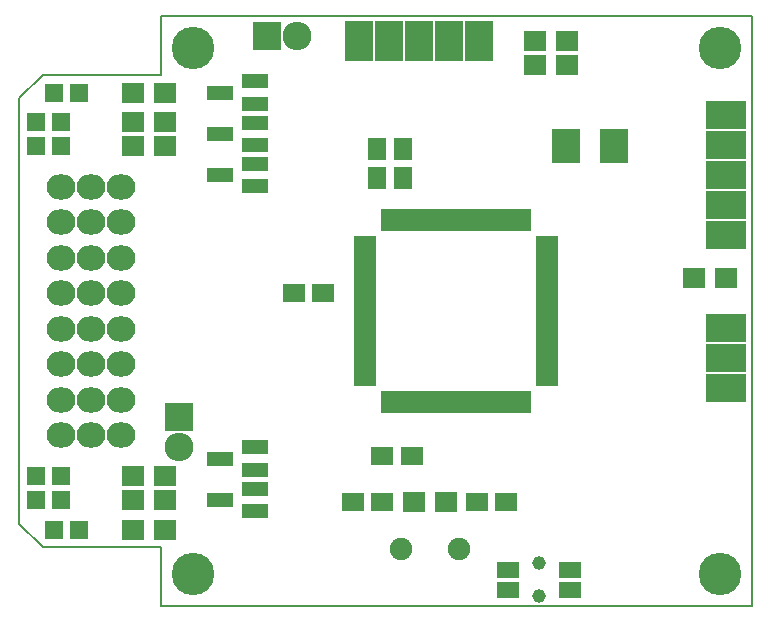
<source format=gts>
G04 #@! TF.FileFunction,Soldermask,Top*
%FSLAX46Y46*%
G04 Gerber Fmt 4.6, Leading zero omitted, Abs format (unit mm)*
G04 Created by KiCad (PCBNEW 4.0.5-e0-6337~49~ubuntu16.04.1) date Thu Jan  5 22:53:43 2017*
%MOMM*%
%LPD*%
G01*
G04 APERTURE LIST*
%ADD10C,0.100000*%
%ADD11C,0.150000*%
%ADD12R,1.598880X1.598880*%
%ADD13C,3.600000*%
%ADD14R,1.900000X0.700000*%
%ADD15R,0.700000X1.900000*%
%ADD16O,2.432000X2.127200*%
%ADD17R,1.900000X1.650000*%
%ADD18R,1.650000X1.900000*%
%ADD19R,1.900000X1.700000*%
%ADD20R,2.400000X2.900000*%
%ADD21R,2.400000X3.400000*%
%ADD22R,3.400000X2.400000*%
%ADD23R,2.432000X2.432000*%
%ADD24O,2.432000X2.432000*%
%ADD25R,2.300000X1.200000*%
%ADD26C,1.901140*%
%ADD27C,1.150000*%
%ADD28R,1.950000X1.400000*%
G04 APERTURE END LIST*
D10*
D11*
X25000000Y-25000000D02*
X25000000Y25000000D01*
X-25000000Y-25000000D02*
X25000000Y-25000000D01*
X-25000000Y-20000000D02*
X-25000000Y-25000000D01*
X-35000000Y-20000000D02*
X-25000000Y-20000000D01*
X-37000000Y-18000000D02*
X-35000000Y-20000000D01*
X-37000000Y18000000D02*
X-37000000Y-18000000D01*
X-35000000Y20000000D02*
X-37000000Y18000000D01*
X-25000000Y20000000D02*
X-35000000Y20000000D01*
X-25000000Y25000000D02*
X-25000000Y20000000D01*
X25000000Y25000000D02*
X-25000000Y25000000D01*
D12*
X-34049020Y18500000D03*
X-31950980Y18500000D03*
D13*
X22300000Y-22300000D03*
X22300000Y22300000D03*
X-22300000Y-22300000D03*
D14*
X-7700000Y6000000D03*
X-7700000Y5500000D03*
X-7700000Y5000000D03*
X-7700000Y4500000D03*
X-7700000Y4000000D03*
X-7700000Y3500000D03*
X-7700000Y3000000D03*
X-7700000Y2500000D03*
X-7700000Y2000000D03*
X-7700000Y1500000D03*
X-7700000Y1000000D03*
X-7700000Y500000D03*
X-7700000Y0D03*
X-7700000Y-500000D03*
X-7700000Y-1000000D03*
X-7700000Y-1500000D03*
X-7700000Y-2000000D03*
X-7700000Y-2500000D03*
X-7700000Y-3000000D03*
X-7700000Y-3500000D03*
X-7700000Y-4000000D03*
X-7700000Y-4500000D03*
X-7700000Y-5000000D03*
X-7700000Y-5500000D03*
X-7700000Y-6000000D03*
D15*
X-6000000Y-7700000D03*
X-5500000Y-7700000D03*
X-5000000Y-7700000D03*
X-4500000Y-7700000D03*
X-4000000Y-7700000D03*
X-3500000Y-7700000D03*
X-3000000Y-7700000D03*
X-2500000Y-7700000D03*
X-2000000Y-7700000D03*
X-1500000Y-7700000D03*
X-1000000Y-7700000D03*
X-500000Y-7700000D03*
X0Y-7700000D03*
X500000Y-7700000D03*
X1000000Y-7700000D03*
X1500000Y-7700000D03*
X2000000Y-7700000D03*
X2500000Y-7700000D03*
X3000000Y-7700000D03*
X3500000Y-7700000D03*
X4000000Y-7700000D03*
X4500000Y-7700000D03*
X5000000Y-7700000D03*
X5500000Y-7700000D03*
X6000000Y-7700000D03*
D14*
X7700000Y-6000000D03*
X7700000Y-5500000D03*
X7700000Y-5000000D03*
X7700000Y-4500000D03*
X7700000Y-4000000D03*
X7700000Y-3500000D03*
X7700000Y-3000000D03*
X7700000Y-2500000D03*
X7700000Y-2000000D03*
X7700000Y-1500000D03*
X7700000Y-1000000D03*
X7700000Y-500000D03*
X7700000Y0D03*
X7700000Y500000D03*
X7700000Y1000000D03*
X7700000Y1500000D03*
X7700000Y2000000D03*
X7700000Y2500000D03*
X7700000Y3000000D03*
X7700000Y3500000D03*
X7700000Y4000000D03*
X7700000Y4500000D03*
X7700000Y5000000D03*
X7700000Y5500000D03*
X7700000Y6000000D03*
D15*
X6000000Y7700000D03*
X5500000Y7700000D03*
X5000000Y7700000D03*
X4500000Y7700000D03*
X4000000Y7700000D03*
X3500000Y7700000D03*
X3000000Y7700000D03*
X2500000Y7700000D03*
X2000000Y7700000D03*
X1500000Y7700000D03*
X1000000Y7700000D03*
X500000Y7700000D03*
X0Y7700000D03*
X-500000Y7700000D03*
X-1000000Y7700000D03*
X-1500000Y7700000D03*
X-2000000Y7700000D03*
X-2500000Y7700000D03*
X-3000000Y7700000D03*
X-3500000Y7700000D03*
X-4000000Y7700000D03*
X-4500000Y7700000D03*
X-5000000Y7700000D03*
X-5500000Y7700000D03*
X-6000000Y7700000D03*
D16*
X-33500000Y10500000D03*
X-33500000Y7500000D03*
X-33500000Y4500000D03*
X-33500000Y1500000D03*
X-33500000Y-1500000D03*
X-33500000Y-4500000D03*
X-33500000Y-7500000D03*
X-33500000Y-10500000D03*
X-30960000Y10500000D03*
X-30960000Y7500000D03*
X-30960000Y4500000D03*
X-30960000Y1500000D03*
X-30960000Y-1500000D03*
X-30960000Y-4500000D03*
X-30960000Y-7500000D03*
X-30960000Y-10500000D03*
X-28420000Y10500000D03*
X-28420000Y7500000D03*
X-28420000Y4500000D03*
X-28420000Y1500000D03*
X-28420000Y-1500000D03*
X-28420000Y-4500000D03*
X-28420000Y-7500000D03*
X-28420000Y-10500000D03*
D17*
X-6250000Y-16130000D03*
X-8750000Y-16130000D03*
X1750000Y-16130000D03*
X4250000Y-16130000D03*
D18*
X-4500000Y11250000D03*
X-4500000Y13750000D03*
X-6750000Y11250000D03*
X-6750000Y13750000D03*
D17*
X-3750000Y-12250000D03*
X-6250000Y-12250000D03*
X-11250000Y1500000D03*
X-13750000Y1500000D03*
D12*
X-35549020Y16000000D03*
X-33450980Y16000000D03*
X-35549020Y-14000000D03*
X-33450980Y-14000000D03*
X-31950980Y-18500000D03*
X-34049020Y-18500000D03*
X-35549020Y14000000D03*
X-33450980Y14000000D03*
X-35549020Y-16000000D03*
X-33450980Y-16000000D03*
D19*
X22832000Y2813000D03*
X20132000Y2813000D03*
X-27350000Y16000000D03*
X-24650000Y16000000D03*
X-27350000Y-14000000D03*
X-24650000Y-14000000D03*
X-27350000Y18500000D03*
X-24650000Y18500000D03*
X-27350000Y14000000D03*
X-24650000Y14000000D03*
X-27350000Y-16000000D03*
X-24650000Y-16000000D03*
X-27350000Y-18500000D03*
X-24650000Y-18500000D03*
X-900000Y-16130000D03*
X-3600000Y-16130000D03*
X6670000Y20847000D03*
X9370000Y20847000D03*
X6670000Y22879000D03*
X9370000Y22879000D03*
D20*
X9322000Y13970000D03*
X13322000Y13970000D03*
D21*
X-8236000Y22865000D03*
X-5696000Y22865000D03*
X-3156000Y22865000D03*
X-616000Y22865000D03*
X1924000Y22865000D03*
D22*
X22865000Y-1397000D03*
X22865000Y-3937000D03*
X22865000Y-6477000D03*
D23*
X-16000000Y23250000D03*
D24*
X-13460000Y23250000D03*
D23*
X-23500000Y-9000000D03*
D24*
X-23500000Y-11540000D03*
D25*
X-17000000Y17550000D03*
X-17000000Y19450000D03*
X-20000000Y18500000D03*
X-17000000Y14050000D03*
X-17000000Y15950000D03*
X-20000000Y15000000D03*
X-17000000Y10550000D03*
X-17000000Y12450000D03*
X-20000000Y11500000D03*
X-17000000Y-13450000D03*
X-17000000Y-11550000D03*
X-20000000Y-12500000D03*
X-17000000Y-16950000D03*
X-17000000Y-15050000D03*
X-20000000Y-16000000D03*
D22*
X22865000Y16580000D03*
X22865000Y14040000D03*
X22865000Y11500000D03*
X22865000Y8960000D03*
X22865000Y6420000D03*
D13*
X-22300000Y22300000D03*
D26*
X-4690940Y-20130000D03*
X190940Y-20130000D03*
D27*
X7000000Y-21375000D03*
D28*
X9625000Y-21900000D03*
X4375000Y-21900000D03*
X9625000Y-23600000D03*
X4375000Y-23600000D03*
D27*
X7000000Y-24125000D03*
M02*

</source>
